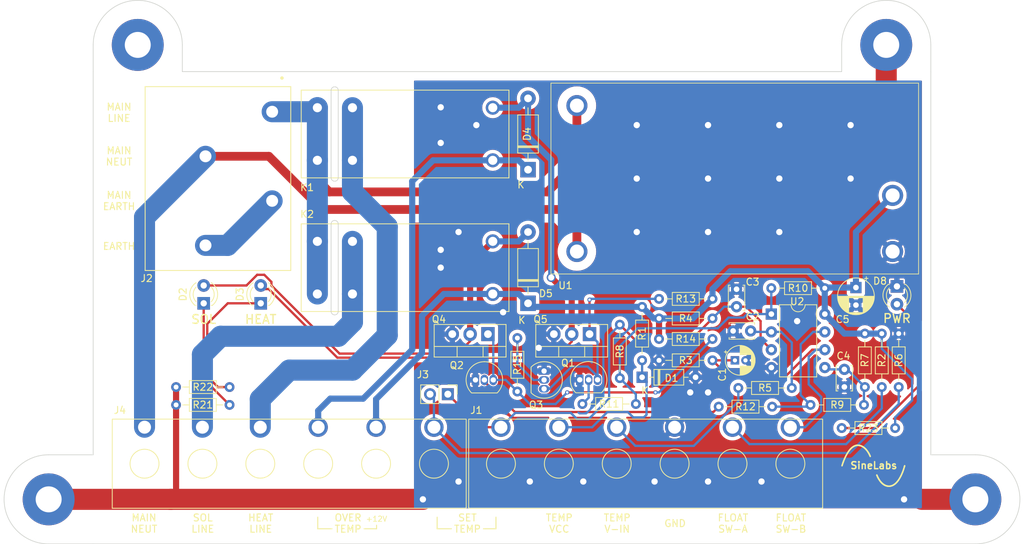
<source format=kicad_pcb>
(kicad_pcb (version 20211014) (generator pcbnew)
  (layers (0 "F.Cu" signal) (31 "B.Cu" signal) (34 "B.Paste" user) (35 "F.Paste" user) (36 "B.SilkS" user "B.Silkscreen") (37 "F.SilkS" user "F.Silkscreen") (38 "B.Mask" user) (39 "F.Mask" user) (44 "Edge.Cuts" user))
  (net 0 "")
  (net 1 "/CFS_P2")
  (net 2 "GND")
  (net 3 "/CT_P2")
  (net 4 "/CT_P1")
  (net 5 "/CFS_P1")
  (net 6 "Net-(D1-Pad1)")
  (net 7 "+12V")
  (net 8 "/COIL1_B")
  (net 9 "/COIL2_B")
  (net 10 "LINE")
  (net 11 "/V_TEMP")
  (net 12 "/FLOAT_SW_A")
  (net 13 "Net-(Q3-Pad2)")
  (net 14 "/CT_P3")
  (net 15 "/CFS_P3")
  (net 16 "Net-(Q1-Pad2)")
  (net 17 "Net-(Q2-Pad2)")
  (net 18 "Net-(Q2-Pad3)")
  (net 19 "NEUT")
  (net 20 "/TP_B")
  (net 21 "/SOL_LINE")
  (net 22 "/COIL1_A")
  (net 23 "/HEAT_LINE")
  (net 24 "Earth")
  (net 25 "Net-(Q1-Pad3)")
  (net 27 "Net-(D2-Pad1)")
  (net 28 "Net-(D3-Pad1)")
  (net 29 "Net-(D8-Pad2)")
  (footprint "Package_TO_SOT_THT:TO-220-3_Vertical" (layer "F.Cu") (at 163.449 98.369 180)
    (fp_text reference "Q5")
    (fp_text value "NDF05N50Z")
  )
  (footprint "Resistor_THT:R_Axial_DIN0204_L3.6mm_D1.6mm_P7.62mm_Horizontal" (layer "F.Cu") (at 189.357 91.821)
    (fp_text reference "R10")
    (fp_text value "33k")
  )
  (footprint "Resistor_THT:R_Axial_DIN0204_L3.6mm_D1.6mm_P7.62mm_Horizontal" (layer "F.Cu") (at 202.692 105.918 90)
    (fp_text reference "R7")
    (fp_text value "5k")
  )
  (footprint "Capacitor_THT:C_Disc_D3.4mm_W2.1mm_P2.50mm" (layer "F.Cu") (at 186.416 97.917 180)
    (fp_text reference "C2")
    (fp_text value "10n")
  )
  (footprint "custom:MPM-20" (layer "F.Cu") (at 184.15 76.2)
    (fp_text reference "U1")
    (fp_text value "MPM-20-12")
  )
  (footprint "Resistor_THT:R_Axial_DIN0204_L3.6mm_D1.6mm_P7.62mm_Horizontal" (layer "F.Cu") (at 104.521 108.458)
    (fp_text reference "R21")
    (fp_text value "1k")
  )
  (footprint "Capacitor_THT:C_Disc_D3.4mm_W2.1mm_P2.50mm" (layer "F.Cu") (at 184.404 94.468 90)
    (fp_text reference "C3")
    (fp_text value "1n")
  )
  (footprint "Resistor_THT:R_Axial_DIN0204_L3.6mm_D1.6mm_P7.62mm_Horizontal" (layer "F.Cu") (at 194.945 108.458)
    (fp_text reference "R9")
    (fp_text value "1k")
  )
  (footprint "custom:PHOENIX_1017516" (layer "F.Cu") (at 110.49 76.2 -90)
    (fp_text reference "J2")
    (fp_text value "Screw_Terminal_01x04")
  )
  (footprint "Diode_THT:D_DO-35_SOD27_P7.62mm_Horizontal" (layer "F.Cu") (at 170.942 104.521)
    (fp_text reference "D1")
    (fp_text value "3.3VZ")
  )
  (footprint "Package_TO_SOT_THT:TO-220-3_Vertical" (layer "F.Cu") (at 148.971 98.369 180)
    (fp_text reference "Q4")
    (fp_text value "NDF05N50Z")
  )
  (footprint "Resistor_THT:R_Axial_DIN0204_L3.6mm_D1.6mm_P7.62mm_Horizontal" (layer "F.Cu") (at 167.767 104.648 90)
    (fp_text reference "R8")
    (fp_text value "330K")
  )
  (footprint "custom:OSTYK42106030" (layer "F.Cu") (at 171.45 116.84)
    (fp_text reference "J1")
    (fp_text value "Screw_Terminal_01x06")
  )
  (footprint "custom:G2RL-1A-E" (layer "F.Cu") (at 139.66 69.85 180)
    (fp_text reference "K1")
    (fp_text value "G2RL-1A-E")
  )
  (footprint "Resistor_THT:R_Axial_DIN0204_L3.6mm_D1.6mm_P7.62mm_Horizontal" (layer "F.Cu") (at 170.942 102.108 90)
    (fp_text reference "R1")
    (fp_text value "4.7k")
  )
  (footprint "Capacitor_THT:C_Disc_D3.4mm_W2.1mm_P2.50mm" (layer "F.Cu") (at 199.771 105.898 90)
    (fp_text reference "C4")
    (fp_text value "1n")
  )
  (footprint "Resistor_THT:R_Axial_DIN0204_L3.6mm_D1.6mm_P7.62mm_Horizontal" (layer "F.Cu") (at 112.141 105.918 180)
    (fp_text reference "R22")
    (fp_text value "1k")
  )
  (footprint "Resistor_THT:R_Axial_DIN0204_L3.6mm_D1.6mm_P7.62mm_Horizontal" (layer "F.Cu") (at 162.433 108.331)
    (fp_text reference "R11")
    (fp_text value "1k")
  )
  (footprint "Capacitor_THT:CP_Radial_D5.0mm_P2.50mm" (layer "F.Cu") (at 201.422 91.734 -90)
    (fp_text reference "C5")
    (fp_text value "100u")
  )
  (footprint "Resistor_THT:R_Axial_DIN0204_L3.6mm_D1.6mm_P7.62mm_Horizontal" (layer "F.Cu") (at 181.864 108.712)
    (fp_text reference "R12")
    (fp_text value "1k")
  )
  (footprint "LED_THT:LED_D3.0mm_Clear" (layer "F.Cu") (at 108.458 93.98 90)
    (fp_text reference "D2")
    (fp_text value "LED_Filled")
  )
  (footprint "Resistor_THT:R_Axial_DIN0204_L3.6mm_D1.6mm_P7.62mm_Horizontal" (layer "F.Cu") (at 173.355 96.139)
    (fp_text reference "R4")
    (fp_text value "10k")
  )
  (footprint "Diode_THT:D_DO-41_SOD81_P10.16mm_Horizontal" (layer "F.Cu") (at 154.686 74.93 90)
    (fp_text reference "D4")
    (fp_text value "1N5819")
  )
  (footprint "Resistor_THT:R_Axial_DIN0204_L3.6mm_D1.6mm_P7.62mm_Horizontal" (layer "F.Cu") (at 153.162 98.933 -90)
    (fp_text reference "R15")
    (fp_text value "10k")
  )
  (footprint "Connector_PinHeader_2.54mm:PinHeader_1x02_P2.54mm_Vertical" (layer "F.Cu") (at 143.256 106.934 -90)
    (fp_text reference "J3")
    (fp_text value "Conn_01x02_Male")
  )
  (footprint "Package_TO_SOT_THT:TO-92_Inline" (layer "F.Cu") (at 147.193 104.902)
    (fp_text reference "Q2")
    (fp_text value "2N3904")
  )
  (footprint "Resistor_THT:R_Axial_DIN0204_L3.6mm_D1.6mm_P7.62mm_Horizontal" (layer "F.Cu") (at 192.278 106.045 180)
    (fp_text reference "R5")
    (fp_text value "56k")
  )
  (footprint "MountingHole:MountingHole_3.7mm_Pad" (layer "F.Cu") (at 218.44 121.92)
    (fp_text reference "H3" hide)
    (fp_text value "MountingHole_Pad")
  )
  (footprint "Capacitor_THT:CP_Radial_D4.0mm_P1.50mm" (layer "F.Cu") (at 184.174 102.108)
    (fp_text reference "C1")
    (fp_text value "10u")
  )
  (footprint "LED_THT:LED_D3.0mm_Clear" (layer "F.Cu") (at 116.586 93.98 90)
    (fp_text reference "D3")
    (fp_text value "LED_Filled")
  )
  (footprint "Resistor_THT:R_Axial_DIN0204_L3.6mm_D1.6mm_P7.62mm_Horizontal" (layer "F.Cu") (at 207.518 98.298 -90)
    (fp_text reference "R6")
    (fp_text value "470")
  )
  (footprint "MountingHole:MountingHole_3.7mm_Pad" (layer "F.Cu") (at 86.36 121.92)
    (fp_text reference "H4" hide)
    (fp_text value "MountingHole_Pad")
  )
  (footprint "MountingHole:MountingHole_3.7mm_Pad" (layer "F.Cu") (at 99.06 57.15)
    (fp_text reference "H1" hide)
    (fp_text value "MountingHole_Pad")
  )
  (footprint "custom:G2RL-1A-E" (layer "F.Cu") (at 139.66 88.9 180)
    (fp_text reference "K2")
    (fp_text value "G2RL-1A-E")
  )
  (footprint "MountingHole:MountingHole_3.7mm_Pad" (layer "F.Cu") (at 205.74 57.15)
    (fp_text reference "H2" hide)
    (fp_text value "MountingHole_Pad")
  )
  (footprint "Resistor_THT:R_Axial_DIN0204_L3.6mm_D1.6mm_P7.62mm_Horizontal" (layer "F.Cu") (at 173.355 93.345)
    (fp_text reference "R13")
    (fp_text value "33k")
  )
  (footprint "Package_TO_SOT_THT:TO-92_Inline" (layer "F.Cu") (at 156.972 103.632 -90)
    (fp_text reference "Q3")
    (fp_text value "2N3904")
  )
  (footprint "LED_THT:LED_D3.0mm" (layer "F.Cu") (at 207.264 91.567 -90)
    (fp_text reference "D8")
    (fp_text value "LED_Filled")
  )
  (footprint "Resistor_THT:R_Axial_DIN0204_L3.6mm_D1.6mm_P7.62mm_Horizontal" (layer "F.Cu") (at 180.975 99.06 180)
    (fp_text reference "R14")
    (fp_text value "10k")
  )
  (footprint "Resistor_THT:R_Axial_DIN0204_L3.6mm_D1.6mm_P7.62mm_Horizontal" (layer "F.Cu") (at 205.105 105.918 90)
    (fp_text reference "R2")
    (fp_text value "220k")
  )
  (footprint "custom:OSTYK42106030" (layer "F.Cu") (at 120.65 116.84)
    (fp_text reference "J4")
    (fp_text value "Screw_Terminal_01x06")
  )
  (footprint "Diode_THT:D_DO-41_SOD81_P10.16mm_Horizontal" (layer "F.Cu") (at 154.686 93.98 90)
    (fp_text reference "D5")
    (fp_text value "1N5819")
  )
  (footprint "Resistor_THT:R_Axial_DIN0204_L3.6mm_D1.6mm_P7.62mm_Horizontal" (layer "F.Cu") (at 199.39 111.76)
    (fp_text reference "R23")
    (fp_text value "1k")
  )
  (footprint "Package_DIP:DIP-8_W7.62mm" (layer "F.Cu") (at 189.367 95.514)
    (fp_text reference "U2")
    (fp_text value "LM393")
  )
  (footprint "Resistor_THT:R_Axial_DIN0204_L3.6mm_D1.6mm_P7.62mm_Horizontal" (layer "F.Cu") (at 180.975 102.108 180)
    (fp_text reference "R3")
    (fp_text value "220k")
  )
  (footprint "Package_TO_SOT_THT:TO-92_Inline" (layer "F.Cu") (at 162.052 104.881)
    (fp_text reference "Q1")
    (fp_text value "2N3904")
  )
  (gr_line (start 203.022276 115.008203) (end 203.125942 115.156356) (layer "F.SilkS") (width 0.216999))
  (gr_line (start 205.623323 119.944521) (end 205.7178 119.980631) (layer "F.SilkS") (width 0.216999))
  (gr_line (start 203.290777 115.434047) (end 203.352181 115.554276) (layer "F.SilkS") (width 0.216999))
  (gr_line (start 203.125942 115.156356) (end 203.215403 115.299856) (layer "F.SilkS") (width 0.216999))
  (gr_line (start 201.535893 114.222284) (end 201.667402 114.213914) (layer "F.SilkS") (width 0.216999))
  (gr_line (start 202.771857 114.71655) (end 202.839884 114.787427) (layer "F.SilkS") (width 0.216999))
  (gr_line (start 207.956017 118.318242) (end 208.065957 118.054687) (layer "F.SilkS") (width 0.216999))
  (gr_line (start 204.719831 119.103077) (end 204.820211 119.251802) (layer "F.SilkS") (width 0.216999))
  (gr_line (start 202.545876 114.520208) (end 202.624867 114.582359) (layer "F.SilkS") (width 0.216999))
  (gr_line (start 205.7178 119.980631) (end 205.815916 120.009734) (layer "F.SilkS") (width 0.216999))
  (gr_line (start 200.718711 114.669792) (end 200.82412 114.571672) (layer "F.SilkS") (width 0.216999))
  (gr_line (start 201.046416 114.405347) (end 201.163229 114.339281) (layer "F.SilkS") (width 0.216999))
  (gr_line (start 202.904287 114.860049) (end 203.022276 115.008203) (layer "F.SilkS") (width 0.216999))
  (gr_line (start 205.132099 119.613394) (end 205.205037 119.679288) (layer "F.SilkS") (width 0.216999))
  (gr_line (start 207.236561 119.486607) (end 207.335083 119.37246) (layer "F.SilkS") (width 0.216999))
  (gr_line (start 208.065957 118.054687) (end 208.158287 117.808228) (layer "F.SilkS") (width 0.216999))
  (gr_line (start 206.91236 119.779901) (end 207.025231 119.691396) (layer "F.SilkS") (width 0.216999))
  (gr_line (start 208.233261 117.587412) (end 208.332155 117.2569) (layer "F.SilkS") (width 0.216999))
  (gr_line (start 203.215403 115.299856) (end 203.290777 115.434047) (layer "F.SilkS") (width 0.216999))
  (gr_line (start 150.114 126.111) (end 150.114 124.46) (layer "F.SilkS") (width 0.15))
  (gr_line (start 206.544541 119.977032) (end 206.672047 119.923787) (layer "F.SilkS") (width 0.216999))
  (gr_line (start 207.133288 119.593276) (end 207.236561 119.486607) (layer "F.SilkS") (width 0.216999))
  (gr_line (start 207.682292 118.862446) (end 207.828213 118.590344) (layer "F.SilkS") (width 0.216999))
  (gr_line (start 206.412094 120.016387) (end 206.544541 119.977032) (layer "F.SilkS") (width 0.216999))
  (gr_line (start 202.624867 114.582359) (end 202.700189 114.648) (layer "F.SilkS") (width 0.216999))
  (gr_line (start 141.732 124.46) (end 141.732 126.111) (layer "F.SilkS") (width 0.15))
  (gr_line (start 202.376827 114.408705) (end 202.463201 114.462129) (layer "F.SilkS") (width 0.216999))
  (gr_line (start 208.332155 117.2569) (end 208.364669 117.131534) (layer "F.SilkS") (width 0.216999))
  (gr_line (start 202.286739 114.360516) (end 202.376827 114.408705) (layer "F.SilkS") (width 0.216999))
  (gr_line (start 199.883712 115.944826) (end 200.017968 115.672724) (layer "F.SilkS") (width 0.216999))
  (gr_line (start 203.352181 115.554276) (end 203.433556 115.734232) (layer "F.SilkS") (width 0.216999))
  (gr_line (start 204.421978 118.522972) (end 204.500768 118.703622) (layer "F.SilkS") (width 0.216999))
  (gr_line (start 201.163229 114.339281) (end 201.283771 114.286036) (layer "F.SilkS") (width 0.216999))
  (gr_line (start 199.76641 116.208381) (end 199.883712 115.944826) (layer "F.SilkS") (width 0.216999))
  (gr_line (start 208.158287 117.808228) (end 208.233261 117.587412) (layer "F.SilkS") (width 0.216999))
  (gr_line (start 204.934462 119.400527) (end 204.996826 119.473429) (layer "F.SilkS") (width 0.216999))
  (gr_line (start 205.0627 119.544579) (end 205.132099 119.613394) (layer "F.SilkS") (width 0.216999))
  (gr_line (start 150.114 126.111) (end 148.336 126.111) (layer "F.SilkS") (width 0.15))
  (gr_line (start 204.820211 119.251802) (end 204.934462 119.400527) (layer "F.SilkS") (width 0.216999))
  (gr_line (start 201.888957 114.231755) (end 201.994047 114.253183) (layer "F.SilkS") (width 0.216999))
  (gr_line (start 133.096 126.111) (end 131.318 126.111) (layer "F.SilkS") (width 0.15))
  (gr_line (start 202.839884 114.787427) (end 202.904287 114.860049) (layer "F.SilkS") (width 0.216999))
  (gr_line (start 205.917686 120.031244) (end 206.023125 120.044579) (layer "F.SilkS") (width 0.216999))
  (gr_line (start 207.428886 119.251901) (end 207.518 119.126) (layer "F.SilkS") (width 0.216999))
  (gr_line (start 206.794643 119.85772) (end 206.91236 119.779901) (layer "F.SilkS") (width 0.216999))
  (gr_line (start 202.463201 114.462129) (end 202.545876 114.520208) (layer "F.SilkS") (width 0.216999))
  (gr_line (start 124.714 124.46) (end 124.714 126.111) (layer "F.SilkS") (width 0.15))
  (gr_line (start 206.672047 119.923787) (end 206.794643 119.85772) (layer "F.SilkS") (width 0.216999))
  (gr_line (start 206.132247 120.049154) (end 206.132247 120.049154) (layer "F.SilkS") (width 0.216999))
  (gr_line (start 200.017968 115.672724) (end 200.168888 115.400622) (layer "F.SilkS") (width 0.216999))
  (gr_line (start 141.732 126.111) (end 143.764 126.111) (layer "F.SilkS") (width 0.15))
  (gr_line (start 203.433556 115.734232) (end 203.460471 115.802491) (layer "F.SilkS") (width 0.216999))
  (gr_line (start 205.36159 119.799981) (end 205.445233 119.853612) (layer "F.SilkS") (width 0.216999))
  (gr_line (start 200.168888 115.400622) (end 200.33618 115.137067) (layer "F.SilkS") (width 0.216999))
  (gr_line (start 200.933367 114.483167) (end 201.046416 114.405347) (layer "F.SilkS") (width 0.216999))
  (gr_line (start 201.667402 114.213914) (end 201.667402 114.213914) (layer "F.SilkS") (width 0.216999))
  (gr_line (start 204.560224 118.824315) (end 204.633207 118.959024) (layer "F.SilkS") (width 0.216999))
  (gr_line (start 133.096 126.111) (end 133.096 125.603) (layer "F.SilkS") (width 0.15))
  (gr_line (start 206.023125 120.044579) (end 206.132247 120.049154) (layer "F.SilkS") (width 0.216999))
  (gr_line (start 206.274673 120.040784) (end 206.412094 120.016387) (layer "F.SilkS") (width 0.216999))
  (gr_line (start 205.445233 119.853612) (end 205.532473 119.901986) (layer "F.SilkS") (width 0.216999))
  (gr_line (start 205.281529 119.741679) (end 205.36159 119.799981) (layer "F.SilkS") (width 0.216999))
  (gr_line (start 200.425873 115.011167) (end 200.519551 114.890608) (layer "F.SilkS") (width 0.216999))
  (gr_line (start 204.500768 118.703622) (end 204.560224 118.824315) (layer "F.SilkS") (width 0.216999))
  (gr_line (start 200.33618 115.137067) (end 200.425873 115.011167) (layer "F.SilkS") (width 0.216999))
  (gr_line (start 205.205037 119.679288) (end 205.281529 119.741679) (layer "F.SilkS") (width 0.216999))
  (gr_line (start 206.132247 120.049154) (end 206.274673 120.040784) (layer "F.SilkS") (width 0.216999))
  (gr_line (start 124.714 126.111) (end 126.746 126.111) (layer "F.SilkS") (width 0.15))
  (gr_line (start 200.617175 114.776461) (end 200.718711 114.669792) (layer "F.SilkS") (width 0.216999))
  (gr_line (start 201.994047 114.253183) (end 202.095364 114.282173) (layer "F.SilkS") (width 0.216999))
  (gr_line (start 199.583838 116.675656) (end 199.666355 116.45484) (layer "F.SilkS") (width 0.216999))
  (gr_line (start 202.700189 114.648) (end 202.771857 114.71655) (layer "F.SilkS") (width 0.216999))
  (gr_line (start 207.025231 119.691396) (end 207.133288 119.593276) (layer "F.SilkS") (width 0.216999))
  (gr_line (start 202.192923 114.318145) (end 202.286739 114.360516) (layer "F.SilkS") (width 0.216999))
  (gr_line (start 204.996826 119.473429) (end 205.0627 119.544579) (layer "F.SilkS") (width 0.216999))
  (gr_line (start 201.283771 114.286036) (end 201.408004 114.24668) (layer "F.SilkS") (width 0.216999))
  (gr_line (start 207.518 119.126) (end 207.682292 118.862446) (layer "F.SilkS") (width 0.216999))
  (gr_line (start 207.828213 118.590344) (end 207.956017 118.318242) (layer "F.SilkS") (width 0.216999))
  (gr_line (start 199.472583 117.006167) (end 199.583838 116.675656) (layer "F.SilkS") (width 0.216999))
  (gr_line (start 201.408004 114.24668) (end 201.535893 114.222284) (layer "F.SilkS") (width 0.216999))
  (gr_line (start 204.633207 118.959024) (end 204.719831 119.103077) (layer "F.SilkS") (width 0.216999))
  (gr_line (start 200.519551 114.890608) (end 200.617175 114.776461) (layer "F.SilkS") (width 0.216999))
  (gr_line (start 201.667402 114.213914) (end 201.780081 114.218471) (layer "F.SilkS") (width 0.216999))
  (gr_line (start 205.532473 119.901986) (end 205.623323 119.944521) (layer "F.SilkS") (width 0.216999))
  (gr_line (start 205.815916 120.009734) (end 205.917686 120.031244) (layer "F.SilkS") (width 0.216999))
  (gr_line (start 199.666355 116.45484) (end 199.76641 116.208381) (layer "F.SilkS") (width 0.216999))
  (gr_line (start 202.095364 114.282173) (end 202.192923 114.318145) (layer "F.SilkS") (width 0.216999))
  (gr_line (start 201.780081 114.218471) (end 201.888957 114.231755) (layer "F.SilkS") (width 0.216999))
  (gr_line (start 199.43498 117.131534) (end 199.472583 117.006167) (layer "F.SilkS") (width 0.216999))
  (gr_line (start 207.335083 119.37246) (end 207.428886 119.251901) (layer "F.SilkS") (width 0.216999))
  (gr_line (start 204.395919 118.45445) (end 204.421978 118.522972) (layer "F.SilkS") (width 0.216999))
  (gr_line (start 200.82412 114.571672) (end 200.933367 114.483167) (layer "F.SilkS") (width 0.216999))
  (gr_arc (start 127.635 95.123) (mid 127.127 95.631) (end 126.619 95.123) (layer "Edge.Cuts") (width 0.1))
  (gr_line (start 92.71 128.27) (end 212.09 128.27) (layer "Edge.Cuts") (width 0.1))
  (gr_line (start 92.71 115.57) (end 92.71 60.96) (layer "Edge.Cuts") (width 0.1))
  (gr_line (start 105.41 60.96) (end 199.39 60.96) (layer "Edge.Cuts") (width 0.1))
  (gr_line (start 126.619 63.627) (end 126.619 76.073) (layer "Edge.Cuts") (width 0.1))
  (gr_arc (start 126.619 63.627) (mid 127.127 63.119) (end 127.635 63.627) (layer "Edge.Cuts") (width 0.1))
  (gr_line (start 212.09 57.15) (end 212.09 60.96) (layer "Edge.Cuts") (width 0.1))
  (gr_line (start 92.71 57.15) (end 92.71 60.96) (layer "Edge.Cuts") (width 0.1))
  (gr_line (start 127.635 95.123) (end 127.635 82.677) (layer "Edge.Cuts") (width 0.1))
  (gr_line (start 218.44 115.57) (end 212.09 115.57) (layer "Edge.Cuts") (width 0.1))
  (gr_line (start 126.619 82.677) (end 126.619 95.123) (layer "Edge.Cuts") (width 0.1))
  (gr_line (start 199.39 60.96) (end 199.39 57.15) (layer "Edge.Cuts") (width 0.1))
  (gr_line (start 86.36 128.27) (end 92.71 128.27) (layer "Edge.Cuts") (width 0.1))
  (gr_line (start 86.36 115.57) (end 92.71 115.57) (layer "Edge.Cuts") (width 0.1))
  (gr_arc (start 92.71 57.15) (mid 99.06 50.8) (end 105.41 57.15) (layer "Edge.Cuts") (width 0.1))
  (gr_arc (start 199.39 57.15) (mid 205.74 50.8) (end 212.09 57.15) (layer "Edge.Cuts") (width 0.1))
  (gr_line (start 212.09 115.57) (end 212.09 60.96) (layer "Edge.Cuts") (width 0.1))
  (gr_arc (start 86.36 128.27) (mid 80.01 121.92) (end 86.36 115.57) (layer "Edge.Cuts") (width 0.1))
  (gr_arc (start 218.44 115.57) (mid 224.79 121.92) (end 218.44 128.27) (layer "Edge.Cuts") (width 0.1))
  (gr_line (start 105.41 57.15) (end 105.41 60.96) (layer "Edge.Cuts") (width 0.1))
  (gr_line (start 218.44 128.27) (end 212.09 128.27) (layer "Edge.Cuts") (width 0.1))
  (gr_line (start 127.635 76.073) (end 127.635 63.627) (layer "Edge.Cuts") (width 0.1))
  (gr_arc (start 126.619 82.677) (mid 127.127 82.169) (end 127.635 82.677) (layer "Edge.Cuts") (width 0.1))
  (gr_arc (start 127.635 76.073) (mid 127.127 76.581) (end 126.619 76.073) (layer "Edge.Cuts") (width 0.1))
  (gr_text "SET\nTEMP\n" (at 146.05 125.349) (layer "F.SilkS") (effects (font (size 1 1))))
  (gr_text "OVER\nTEMP" (at 129.032 125.349) (layer "F.SilkS") (effects (font (size 1 1))))
  (gr_text "TEMP\nVCC" (at 159.131 125.349) (layer "F.SilkS") (effects (font (size 1 1))))
  (gr_text "SOL\nLINE" (at 108.331 125.349) (layer "F.SilkS") (effects (font (size 1 1))))
  (gr_text "TEMP\nV-IN" (at 167.386 125.349) (layer "F.SilkS") (effects (font (size 1 1))))
  (gr_text "MAIN\nNEUT" (at 99.949 125.349) (layer "F.SilkS") (effects (font (size 1 1))))
  (gr_text "MAIN\nNEUT" (at 96.393 73.025) (layer "F.SilkS") (effects (font (size 1 1))))
  (gr_text "SineLabs" (at 203.962 117.094) (layer "F.SilkS") (effects (font (size 1 1) (thickness 0.2))))
  (gr_text "SOL" (at 108.458 96.266) (layer "F.SilkS") (effects (font (size 1.25 1.25) (thickness 0.2))))
  (gr_text "FLOAT\nSW-B" (at 192.151 125.349) (layer "F.SilkS") (effects (font (size 1 1))))
  (gr_text "FLOAT\nSW-A" (at 183.896 125.349) (layer "F.SilkS") (effects (font (size 1 1))))
  (gr_text "EARTH" (at 96.393 85.852) (layer "F.SilkS") (effects (font (size 1 1))))
  (gr_text "+12V" (at 133.096 124.714) (layer "F.SilkS") (effects (font (size 0.75 0.75) (thickness 0.1125))))
  (gr_text "GND" (at 175.641 125.349) (layer "F.SilkS") (effects (font (size 1 1))))
  (gr_text "MAIN\nEARTH" (at 96.393 79.375) (layer "F.SilkS") (effects (font (size 1 1))))
  (gr_text "MAIN\nLINE" (at 96.393 66.802) (layer "F.SilkS") (effects (font (size 1 1))))
  (gr_text "HEAT" (at 116.586 96.266) (layer "F.SilkS") (effects (font (size 1.25 1.25) (thickness 0.2))))
  (gr_text "HEAT\nLINE" (at 116.586 125.349) (layer "F.SilkS") (effects (font (size 1 1))))
  (gr_text "PWR" (at 207.264 96.139) (layer "F.SilkS") (effects (font (size 1.25 1.25) (thickness 0.2))))
  (segment (start 183.515 104.648) (end 191.135 104.648) (width 0.325) (layer "F.Cu") (net 1))
  (segment (start 180.975 102.108) (end 183.515 104.648) (width 0.325) (layer "F.Cu") (net 1))
  (segment (start 195.189 100.594) (end 196.987 100.594) (width 0.325) (layer "F.Cu") (net 1))
  (segment (start 191.135 104.648) (end 195.189 100.594) (width 0.325) (layer "F.Cu") (net 1))
  (segment (start 180.975 102.108) (end 184.174 102.108) (width 0.325) (layer "F.Cu") (net 1))
  (segment (start 194.691 105.537) (end 194.691 101.6) (width 0.325) (layer "B.Cu") (net 1))
  (segment (start 194.691 101.6) (end 195.697 100.594) (width 0.325) (layer "B.Cu") (net 1))
  (segment (start 194.176 111.64) (end 196.469 109.347) (width 0.325) (layer "B.Cu") (net 1))
  (segment (start 196.469 109.347) (end 196.469 107.315) (width 0.325) (layer "B.Cu") (net 1))
  (segment (start 195.697 100.594) (end 196.987 100.594) (width 0.325) (layer "B.Cu") (net 1))
  (segment (start 196.469 107.315) (end 194.691 105.537) (width 0.325) (layer "B.Cu") (net 1))
  (segment (start 192.075 111.64) (end 194.176 111.64) (width 0.325) (layer "B.Cu") (net 1))
  (segment (start 104.521 105.918) (end 104.521 108.458) (width 0.875) (layer "F.Cu") (net 2))
  (segment (start 218.44 121.92) (end 210.82 121.92) (width 3) (layer "F.Cu") (net 2))
  (segment (start 104.521 108.458) (end 104.521 121.158) (width 0.875) (layer "F.Cu") (net 2))
  (segment (start 103.759 121.92) (end 139.7 121.92) (width 3) (layer "F.Cu") (net 2))
  (segment (start 205.74 57.15) (end 205.74 63.5) (width 3) (layer "F.Cu") (net 2))
  (segment (start 104.521 121.158) (end 103.759 121.92) (width 0.875) (layer "F.Cu") (net 2))
  (segment (start 86.36 121.92) (end 103.759 121.92) (width 3) (layer "F.Cu") (net 2))
  (via (at 170.18 76.2) (size 1.25) (drill 0.9) (layers "F.Cu" "B.Cu") (net 2))
  (via (at 180.34 68.58) (size 1.25) (drill 0.9) (layers "F.Cu" "B.Cu") (net 2))
  (via (at 142.24 86.36) (size 1.25) (drill 0.9) (layers "F.Cu" "B.Cu") (net 2))
  (via (at 177.8 106.68) (size 1.25) (drill 0.9) (layers "F.Cu" "B.Cu") (net 2))
  (via (at 193.04 96.52) (size 1.25) (drill 0.9) (layers "F.Cu" "B.Cu") (net 2))
  (via (at 180.34 76.2) (size 1.25) (drill 0.9) (layers "F.Cu" "B.Cu") (net 2))
  (via (at 172.72 119.38) (size 1.25) (drill 0.9) (layers "F.Cu" "B.Cu") (net 2))
  (via (at 142.24 71.12) (size 1.25) (drill 0.9) (layers "F.Cu" "B.Cu") (net 2))
  (via (at 180.34 83.82) (size 1.25) (drill 0.9) (layers "F.Cu" "B.Cu") (net 2))
  (via (at 144.78 83.82) (size 1.25) (drill 0.9) (layers "F.Cu" "B.Cu") (net 2))
  (via (at 180.34 106.68) (size 1.25) (drill 0.9) (layers "F.Cu" "B.Cu") (net 2))
  (via (at 170.18 68.58) (size 1.25) (drill 0.9) (layers "F.Cu" "B.Cu") (net 2))
  (via (at 139.7 121.92) (size 1.25) (drill 0.9) (layers "F.Cu" "B.Cu") (net 2))
  (via (at 144.78 119.38) (size 1.25) (drill 0.9) (layers "F.Cu" "B.Cu") (net 2))
  (via (at 180.34 119.38) (size 1.25) (drill 0.9) (layers "F.Cu" "B.Cu") (net 2))
  (via (at 170.18 83.82) (size 1.25) (drill 0.9) (layers "F.Cu" "B.Cu") (net 2))
  (via (at 154.94 119.38) (size 1.25) (drill 0.9) (layers "F.Cu" "B.Cu") (net 2))
  (via (at 142.24 88.9) (size 1.25) (drill 0.9) (layers "F.Cu" "B.Cu") (net 2))
  (via (at 151.13 95.25) (size 1.25) (drill 0.9) (layers "F.Cu" "B.Cu") (net 2))
  (via (at 190.5 68.58) (size 1.25) (drill 0.9) (layers "F.Cu" "B.Cu") (net 2))
  (via (at 147.32 68.58) (size 1.25) (drill 0.9) (layers "F.Cu" "B.Cu") (net 2))
  (via (at 200.66 76.2) (size 1.25) (drill 0.9) (layers "F.Cu" "B.Cu") (net 2))
  (via (at 187.96 119.38) (size 1.25) (drill 0.9) (layers "F.Cu" "B.Cu") (net 2))
  (via (at 190.5 76.2) (size 1.25) (drill 0.9) (layers "F.Cu" "B.Cu") (net 2))
  (via (at 156.21 100.33) (size 1.25) (drill 0.9) (layers "F.Cu" "B.Cu") (net 2))
  (via (at 190.5 83.82) (size 1.25) (drill 0.9) (layers "F.Cu" "B.Cu") (net 2))
  (via (at 200.66 68.58) (size 1.25) (drill 0.9) (layers "F.Cu" "B.Cu") (net 2))
  (via (at 208.28 121.92) (size 1.25) (drill 0.9) (layers "F.Cu" "B.Cu") (net 2))
  (via (at 162.56 119.38) (size 1.25) (drill 0.9) (layers "F.Cu" "B.Cu") (net 2))
  (via (at 142.24 66.04) (size 1.25) (drill 0.9) (layers "F.Cu" "B.Cu") (net 2))
  (segment (start 186.553 98.054) (end 186.416 97.917) (width 0.325) (layer "B.Cu") (net 3))
  (segment (start 192.278 99.568) (end 190.754 98.044) (width 0.325) (layer "B.Cu") (net 3))
  (segment (start 190.744 98.054) (end 189.367 98.054) (width 0.325) (layer "B.Cu") (net 3))
  (segment (start 190.754 98.044) (end 190.744 98.054) (width 0.325) (layer "B.Cu") (net 3))
  (segment (start 189.367 98.054) (end 186.553 98.054) (width 0.325) (layer "B.Cu") (net 3))
  (segment (start 192.278 106.045) (end 192.278 99.568) (width 0.325) (layer "B.Cu") (net 3))
  (segment (start 187.833 96.52) (end 185.781 94.468) (width 0.325) (layer "F.Cu") (net 4))
  (segment (start 185.781 94.468) (end 184.404 94.468) (width 0.325) (layer "F.Cu") (net 4))
  (segment (start 150.825 111.64) (end 147.962 111.64) (width 0.325) (layer "F.Cu") (net 4))
  (segment (start 187.833 99.06) (end 187.833 96.52) (width 0.325) (layer "F.Cu") (net 4))
  (segment (start 147.962 111.64) (end 143.256 106.934) (width 0.325) (layer "F.Cu") (net 4))
  (segment (start 189.367 100.594) (end 187.833 99.06) (width 0.325) (layer "F.Cu") (net 4))
  (segment (start 176.53 100.584) (end 180.975 96.139) (width 0.325) (layer "F.Cu") (net 4))
  (segment (start 167.767 97.028) (end 171.323 100.584) (width 0.325) (layer "F.Cu") (net 4))
  (segment (start 171.323 100.584) (end 176.53 100.584) (width 0.325) (layer "F.Cu") (net 4))
  (segment (start 182.646 94.468) (end 180.975 96.139) (width 0.325) (layer "B.Cu") (net 4))
  (segment (start 152.864 109.601) (end 160.782 109.601) (width 0.325) (layer "B.Cu") (net 4))
  (segment (start 160.782 109.601) (end 161.671 110.49) (width 0.325) (layer "B.Cu") (net 4))
  (segment (start 166.243 107.569) (end 166.243 98.552) (width 0.325) (layer "B.Cu") (net 4))
  (segment (start 166.243 98.552) (end 167.767 97.028) (width 0.325) (layer "B.Cu") (net 4))
  (segment (start 184.404 94.468) (end 182.646 94.468) (width 0.325) (layer "B.Cu") (net 4))
  (segment (start 150.825 111.64) (end 152.864 109.601) (width 0.325) (layer "B.Cu") (net 4))
  (segment (start 161.671 110.49) (end 163.322 110.49) (width 0.325) (layer "B.Cu") (net 4))
  (segment (start 163.322 110.49) (end 166.243 107.569) (width 0.325) (layer "B.Cu") (net 4))
  (segment (start 202.565 106.045) (end 202.692 105.918) (width 0.325) (layer "B.Cu") (net 5))
  (segment (start 197.251 103.398) (end 196.987 103.134) (width 0.325) (layer "B.Cu") (net 5))
  (segment (start 202.692 105.918) (end 200.172 103.398) (width 0.325) (layer "B.Cu") (net 5))
  (segment (start 200.172 103.398) (end 199.771 103.398) (width 0.325) (layer "B.Cu") (net 5))
  (segment (start 199.771 103.398) (end 197.251 103.398) (width 0.325) (layer "B.Cu") (net 5))
  (segment (start 202.565 108.458) (end 202.565 106.045) (width 0.325) (layer "B.Cu") (net 5))
  (segment (start 159.075 111.64) (end 163.823 111.64) (width 0.325) (layer "B.Cu") (net 6))
  (segment (start 168.91 109.474) (end 169.672 110.236) (width 0.325) (layer "B.Cu") (net 6))
  (segment (start 170.942 104.521) (end 170.942 102.108) (width 0.325) (layer "B.Cu") (net 6))
  (segment (start 169.672 110.236) (end 171.196 110.236) (width 0.325) (layer "B.Cu") (net 6))
  (segment (start 165.989 109.474) (end 168.91 109.474) (width 0.325) (layer "B.Cu") (net 6))
  (segment (start 163.823 111.64) (end 165.989 109.474) (width 0.325) (layer "B.Cu") (net 6))
  (segment (start 171.577 109.855) (end 171.577 105.156) (width 0.325) (layer "B.Cu") (net 6))
  (segment (start 171.196 110.236) (end 171.577 109.855) (width 0.325) (layer "B.Cu") (net 6))
  (segment (start 171.577 105.156) (end 170.942 104.521) (width 0.325) (layer "B.Cu") (net 6))
  (segment (start 173.355 99.06) (end 173.355 96.139) (width 0.875) (layer "F.Cu") (net 7))
  (segment (start 173.355 96.139) (end 172.593 96.139) (width 0.875) (layer "B.Cu") (net 7))
  (segment (start 172.593 96.139) (end 170.942 94.488) (width 0.875) (layer "B.Cu") (net 7))
  (segment (start 202.692 98.298) (end 205.105 98.298) (width 0.875) (layer "B.Cu") (net 7))
  (segment (start 183.515 89.408) (end 180.975 91.948) (width 0.875) (layer "B.Cu") (net 7))
  (segment (start 149.66 92.65) (end 153.356 92.65) (width 0.875) (layer "B.Cu") (net 7))
  (segment (start 207.01 110.236) (end 209.423 107.823) (width 0.325) (layer "B.Cu") (net 7))
  (segment (start 178.181 96.139) (end 173.355 96.139) (width 0.875) (layer "B.Cu") (net 7))
  (segment (start 197.064 91.734) (end 196.977 91.821) (width 0.875) (layer "B.Cu") (net 7))
  (segment (start 196.977 95.504) (end 196.987 95.514) (width 0.875) (layer "B.Cu") (net 7))
  (segment (start 199.771 98.298) (end 196.987 95.514) (width 0.875) (layer "B.Cu") (net 7))
  (segment (start 133.025 107.64) (end 133.025 111.64) (width 0.875) (layer "B.Cu") (net 7))
  (segment (start 153.356 92.65) (end 154.686 93.98) (width 0.875) (layer "B.Cu") (net 7))
  (segment (start 209.423 107.823) (end 209.423 104.775) (width 0.325) (layer "B.Cu") (net 7))
  (segment (start 201.422 91.734) (end 197.064 91.734) (width 0.875) (layer "B.Cu") (net 7))
  (segment (start 207.01 111.76) (end 207.01 110.236) (width 0.325) (layer "B.Cu") (net 7))
  (segment (start 139.573 95.758) (end 139.573 101.092) (width 0.875) (layer "B.Cu") (net 7))
  (segment (start 180.975 91.948) (end 180.975 93.345) (width 0.875) (layer "B.Cu") (net 7))
  (segment (start 209.423 104.775) (end 205.105 100.457) (width 0.325) (layer "B.Cu") (net 7))
  (segment (start 201.422 91.734) (end 201.422 83.828) (width 0.875) (layer "B.Cu") (net 7))
  (segment (start 196.977 91.821) (end 196.977 95.504) (width 0.875) (layer "B.Cu") (net 7))
  (segment (start 149.66 92.65) (end 142.681 92.65) (width 0.875) (layer "B.Cu") (net 7))
  (segment (start 155.194 94.488) (end 154.686 93.98) (width 0.875) (layer "B.Cu") (net 7))
  (segment (start 194.564 89.408) (end 183.515 89.408) (width 0.875) (layer "B.Cu") (net 7))
  (segment (start 170.942 94.488) (end 155.194 94.488) (width 0.875) (layer "B.Cu") (net 7))
  (segment (start 205.105 100.457) (end 205.105 98.298) (width 0.325) (layer "B.Cu") (net 7))
  (segment (start 202.692 98.298) (end 199.771 98.298) (width 0.875) (layer "B.Cu") (net 7))
  (segment (start 196.977 91.821) (end 194.564 89.408) (width 0.875) (layer "B.Cu") (net 7))
  (segment (start 201.422 83.828) (end 206.65 78.6) (width 0.875) (layer "B.Cu") (net 7))
  (segment (start 180.975 93.345) (end 178.181 96.139) (width 0.875) (layer "B.Cu") (net 7))
  (segment (start 139.573 101.092) (end 133.025 107.64) (width 0.875) (layer "B.Cu") (net 7))
  (segment (start 142.681 92.65) (end 139.573 95.758) (width 0.875) (layer "B.Cu") (net 7))
  (segment (start 117.094 91.948) (end 117.729 91.948) (width 0.325) (layer "F.Cu") (net 8))
  (segment (start 116.586 91.44) (end 117.094 91.948) (width 0.325) (layer "F.Cu") (net 8))
  (segment (start 160.909 93.218) (end 160.909 98.369) (width 0.875) (layer "F.Cu") (net 8))
  (segment (start 127.508 101.727) (end 158.623 101.727) (width 0.325) (layer "F.Cu") (net 8))
  (segment (start 158.623 101.727) (end 160.909 99.441) (width 0.325) (layer "F.Cu") (net 8))
  (segment (start 117.729 91.948) (end 127.508 101.727) (width 0.325) (layer "F.Cu") (net 8))
  (segment (start 160.909 99.441) (end 160.909 98.369) (width 0.325) (layer "F.Cu") (net 8))
  (segment (start 157.988 90.297) (end 160.909 93.218) (width 0.875) (layer "F.Cu") (net 8))
  (via (at 157.988 90.297) (size 1.275) (drill 0.875) (layers "F.Cu" "B.Cu") (net 8))
  (segment (start 149.66 66.1) (end 153.356 66.1) (width 0.875) (layer "B.Cu") (net 8))
  (segment (start 153.356 66.1) (end 154.686 64.77) (width 0.875) (layer "B.Cu") (net 8))
  (segment (start 154.686 64.77) (end 154.686 70.231) (width 0.875) (layer "B.Cu") (net 8))
  (segment (start 157.988 73.533) (end 157.988 90.297) (width 0.875) (layer "B.Cu") (net 8))
  (segment (start 154.686 70.231) (end 157.988 73.533) (width 0.875) (layer "B.Cu") (net 8))
  (segment (start 149.66 85.15) (end 146.431 88.379) (width 0.875) (layer "F.Cu") (net 9))
  (segment (start 118.11 91.44) (end 118.11 90.932) (width 0.325) (layer "F.Cu") (net 9))
  (segment (start 127.818 101.148) (end 118.11 91.44) (width 0.325) (layer "F.Cu") (net 9))
  (segment (start 146.431 88.379) (end 146.431 98.369) (width 0.875) (layer "F.Cu") (net 9))
  (segment (start 118.11 90.932) (end 117.094 89.916) (width 0.325) (layer "F.Cu") (net 9))
  (segment (start 117.094 89.916) (end 116.078 89.916) (width 0.325) (layer "F.Cu") (net 9))
  (segment (start 144.653 101.148) (end 127.818 101.148) (width 0.325) (layer "F.Cu") (net 9))
  (segment (start 114.554 91.44) (end 108.458 91.44) (width 0.325) (layer "F.Cu") (net 9))
  (segment (start 146.431 99.37) (end 144.653 101.148) (width 0.325) (layer "F.Cu") (net 9))
  (segment (start 116.078 89.916) (end 114.554 91.44) (width 0.325) (layer "F.Cu") (net 9))
  (segment (start 146.431 98.369) (end 146.431 99.37) (width 0.325) (layer "F.Cu") (net 9))
  (segment (start 153.356 85.15) (end 154.686 83.82) (width 0.875) (layer "B.Cu") (net 9))
  (segment (start 149.66 85.15) (end 153.356 85.15) (width 0.875) (layer "B.Cu") (net 9))
  (segment (start 157.461 78.105) (end 161.65 73.916) (width 1.25) (layer "F.Cu") (net 10))
  (segment (start 161.65 73.916) (end 161.65 65.8) (width 1.25) (layer "F.Cu") (net 10))
  (segment (start 126.365 78.105) (end 157.461 78.105) (width 1.25) (layer "F.Cu") (net 10))
  (segment (start 124.66 73.6) (end 124.66 76.4) (width 1.25) (layer "F.Cu") (net 10))
  (segment (start 124.66 76.4) (end 126.365 78.105) (width 1.25) (layer "F.Cu") (net 10))
  (segment (start 124.66 66.1) (end 124.66 73.6) (width 3) (layer "B.Cu") (net 10))
  (segment (start 124.66 73.6) (end 124.66 85.15) (width 3) (layer "B.Cu") (net 10))
  (segment (start 118.215 66.675) (end 124.085 66.675) (width 3) (layer "B.Cu") (net 10))
  (segment (start 124.085 66.675) (end 124.66 66.1) (width 3) (layer "B.Cu") (net 10))
  (segment (start 124.66 85.15) (end 124.66 92.65) (width 3) (layer "B.Cu") (net 10))
  (segment (start 169.985 114.3) (end 178.308 114.3) (width 0.325) (layer "B.Cu") (net 11))
  (segment (start 178.308 114.3) (end 184.658 107.95) (width 0.325) (layer "B.Cu") (net 11))
  (segment (start 167.325 111.64) (end 169.985 114.3) (width 0.325) (layer "B.Cu") (net 11))
  (segment (start 184.658 107.95) (end 184.658 106.045) (width 0.325) (layer "B.Cu") (net 11))
  (segment (start 200.025 114.046) (end 186.231 114.046) (width 0.325) (layer "B.Cu") (net 12))
  (segment (start 205.105 105.918) (end 205.105 108.966) (width 0.325) (layer "B.Cu") (net 12))
  (segment (start 186.231 114.046) (end 183.825 111.64) (width 0.325) (layer "B.Cu") (net 12))
  (segment (start 205.105 108.966) (end 200.025 114.046) (width 0.325) (layer "B.Cu") (net 12))
  (segment (start 155.448 104.902) (end 156.972 104.902) (width 0.325) (layer "B.Cu") (net 13))
  (segment (start 153.162 98.933) (end 153.162 102.616) (width 0.325) (layer "B.Cu") (net 13))
  (segment (start 153.162 102.616) (end 155.448 104.902) (width 0.325) (layer "B.Cu") (net 13))
  (segment (start 185.42 96.012) (end 183.261 96.012) (width 0.325) (layer "B.Cu") (net 14))
  (segment (start 181.737 97.536) (end 170.307 97.536) (width 0.325) (layer "B.Cu") (net 14))
  (segment (start 167.767 104.648) (end 170.053 106.934) (width 0.325) (layer "B.Cu") (net 14))
  (segment (start 185.918 95.514) (end 185.42 96.012) (width 0.325) (layer "B.Cu") (net 14))
  (segment (start 167.767 100.076) (end 167.767 104.648) (width 0.325) (layer "B.Cu") (net 14))
  (segment (start 170.053 106.934) (end 170.053 108.331) (width 0.325) (layer "B.Cu") (net 14))
  (segment (start 183.261 96.012) (end 181.737 97.536) (width 0.325) (layer "B.Cu") (net 14))
  (segment (start 189.357 91.821) (end 189.357 95.504) (width 0.325) (layer "B.Cu") (net 14))
  (segment (start 189.357 95.504) (end 189.367 95.514) (width 0.325) (layer "B.Cu") (net 14))
  (segment (start 189.367 95.514) (end 185.918 95.514) (width 0.325) (layer "B.Cu") (net 14))
  (segment (start 170.307 97.536) (end 167.767 100.076) (width 0.325) (layer "B.Cu") (net 14))
  (segment (start 194.691 108.712) (end 194.945 108.458) (width 0.325) (layer "B.Cu") (net 15))
  (segment (start 189.484 108.712) (end 194.691 108.712) (width 0.325) (layer "B.Cu") (net 15))
  (segment (start 193.548 99.822) (end 195.316 98.054) (width 0.325) (layer "B.Cu") (net 15))
  (segment (start 194.945 108.458) (end 193.548 107.061) (width 0.325) (layer "B.Cu") (net 15))
  (segment (start 195.316 98.054) (end 196.987 98.054) (width 0.325) (layer "B.Cu") (net 15))
  (segment (start 193.548 107.061) (end 193.548 99.822) (width 0.325) (layer "B.Cu") (net 15))
  (segment (start 162.433 108.331) (end 163.322 107.442) (width 0.325) (layer "B.Cu") (net 16))
  (segment (start 163.322 107.442) (end 163.322 104.881) (width 0.325) (layer "B.Cu") (net 16))
  (segment (start 152.81 109.474) (end 181.102 109.474) (width 0.325) (layer "F.Cu") (net 17))
  (segment (start 148.463 105.127) (end 152.81 109.474) (width 0.325) (layer "F.Cu") (net 17))
  (segment (start 148.463 104.902) (end 148.463 105.127) (width 0.325) (layer "F.Cu") (net 17))
  (segment (start 181.102 109.474) (end 181.864 108.712) (width 0.325) (layer "F.Cu") (net 17))
  (segment (start 160.274 106.68) (end 172.847 106.68) (width 0.325) (layer "F.Cu") (net 18))
  (via (at 160.274 106.68) (size 0.6) (drill 0.325) (layers "F.Cu" "B.Cu") (net 18))
  (via (at 172.847 106.68) (size 0.6) (drill 0.325) (layers "F.Cu" "B.Cu") (net 18))
  (segment (start 153.162 106.553) (end 154.94 108.331) (width 0.325) (layer "B.Cu") (net 18))
  (segment (start 158.623 108.331) (end 160.274 106.68) (width 0.325) (layer "B.Cu") (net 18))
  (segment (start 149.733 104.902) (end 149.733 99.131) (width 0.325) (layer "B.Cu") (net 18))
  (segment (start 153.162 106.553) (end 151.511 104.902) (width 0.325) (layer "B.Cu") (net 18))
  (segment (start 151.511 104.902) (end 149.733 104.902) (width 0.325) (layer "B.Cu") (net 18))
  (segment (start 149.733 99.131) (end 148.971 98.369) (width 0.325) (layer "B.Cu") (net 18))
  (segment (start 172.847 106.68) (end 173.355 106.68) (width 0.325) (layer "B.Cu") (net 18))
  (segment (start 173.355 106.68) (end 180.975 99.06) (width 0.325) (layer "B.Cu") (net 18))
  (segment (start 154.94 108.331) (end 158.623 108.331) (width 0.325) (layer "B.Cu") (net 18))
  (segment (start 161.65 83.037) (end 161.65 86.6) (width 1.25) (layer "F.Cu") (net 19))
  (segment (start 125.329466 80.605) (end 159.218 80.605) (width 1.25) (layer "F.Cu") (net 19))
  (segment (start 159.218 80.605) (end 161.65 83.037) (width 1.25) (layer "F.Cu") (net 19))
  (segment (start 117.749466 73.025) (end 125.329466 80.605) (width 1.25) (layer "F.Cu") (net 19))
  (segment (start 108.715 73.025) (end 117.749466 73.025) (width 1.25) (layer "F.Cu") (net 19))
  (segment (start 108.715 73.025) (end 100.025 81.715) (width 3) (layer "B.Cu") (net 19))
  (segment (start 100.025 81.715) (end 100.025 111.64) (width 3) (layer "B.Cu") (net 19))
  (segment (start 141.275 107.493) (end 140.716 106.934) (width 0.325) (layer "B.Cu") (net 20))
  (segment (start 207.518 105.918) (end 207.518 108.331) (width 0.325) (layer "B.Cu") (net 20))
  (segment (start 207.518 108.331) (end 200.533 115.316) (width 0.325) (layer "B.Cu") (net 20))
  (segment (start 141.275 111.64) (end 141.275 107.493) (width 0.325) (layer "B.Cu") (net 20))
  (segment (start 200.533 115.316) (end 144.951 115.316) (width 0.325) (layer "B.Cu") (net 20))
  (segment (start 144.951 115.316) (end 141.275 111.64) (width 0.325) (layer "B.Cu") (net 20))
  (segment (start 129.66 85.15) (end 129.66 92.65) (width 3) (layer "B.Cu") (net 21))
  (segment (start 129.66 92.65) (end 129.66 96.654) (width 3) (layer "B.Cu") (net 21))
  (segment (start 108.275 101.275) (end 108.275 111.64) (width 3) (layer "B.Cu") (net 21))
  (segment (start 110.871 98.679) (end 108.275 101.275) (width 3) (layer "B.Cu") (net 21))
  (segment (start 127.635 98.679) (end 110.871 98.679) (width 3) (layer "B.Cu") (net 21))
  (segment (start 129.66 96.654) (end 127.635 98.679) (width 3) (layer "B.Cu") (net 21))
  (segment (start 126.492 107.569) (end 124.775 109.286) (width 0.875) (layer "B.Cu") (net 22))
  (segment (start 138.176 76.581) (end 138.176 100.584) (width 0.875) (layer "B.Cu") (net 22))
  (segment (start 131.191 107.569) (end 126.492 107.569) (width 0.875) (layer "B.Cu") (net 22))
  (segment (start 149.66 73.6) (end 153.356 73.6) (width 0.875) (layer "B.Cu") (net 22))
  (segment (start 124.775 109.286) (end 124.775 111.64) (width 0.875) (layer "B.Cu") (net 22))
  (segment (start 141.157 73.6) (end 138.176 76.581) (width 0.875) (layer "B.Cu") (net 22))
  (segment (start 153.356 73.6) (end 154.686 74.93) (width 0.875) (layer "B.Cu") (net 22))
  (segment (start 138.176 100.584) (end 131.191 107.569) (width 0.875) (layer "B.Cu") (net 22))
  (segment (start 149.66 73.6) (end 141.157 73.6) (width 0.875) (layer "B.Cu") (net 22))
  (segment (start 129.66 78.098) (end 134.62 83.058) (width 3) (layer "B.Cu") (net 23))
  (segment (start 116.525 107.63) (end 116.525 111.64) (width 3) (layer "B.Cu") (net 23))
  (segment (start 129.66 66.1) (end 129.66 73.6) (width 3) (layer "B.Cu") (net 23))
  (segment (start 129.667 103.505) (end 120.65 103.505) (width 3) (layer "B.Cu") (net 23))
  (segment (start 134.62 83.058) (end 134.62 98.552) (width 3) (layer "B.Cu") (net 23))
  (segment (start 134.62 98.552) (end 129.667 103.505) (width 3) (layer "B.Cu") (net 23))
  (segment (start 129.66 73.6) (end 129.66 78.098) (width 3) (layer "B.Cu") (net 23))
  (segment (start 120.65 103.505) (end 116.525 107.63) (width 3) (layer "B.Cu") (net 23))
  (segment (start 108.715 85.725) (end 111.865 85.725) (width 3) (layer "B.Cu") (net 24))
  (segment (start 111.865 85.725) (end 118.215 79.375) (width 3) (layer "B.Cu") (net 24))
  (segment (start 163.449 93.472) (end 163.449 98.369) (width 0.325) (layer "F.Cu") (net 25))
  (via (at 163.449 93.472) (size 0.6) (drill 0.325) (layers "F.Cu" "B.Cu") (net 25))
  (segment (start 173.355 93.345) (end 163.576 93.345) (width 0.325) (layer "B.Cu") (net 25))
  (segment (start 163.449 98.369) (end 164.592 99.512) (width 0.325) (layer "B.Cu") (net 25))
  (segment (start 156.972 106.172) (end 157.734 106.172) (width 0.325) (layer "B.Cu") (net 25))
  (segment (start 164.592 99.512) (end 164.592 104.881) (width 0.325) (layer "B.Cu") (net 25))
  (segment (start 157.734 106.172) (end 160.909 102.997) (width 0.325) (layer "B.Cu") (net 25))
  (segment (start 160.909 102.997) (end 163.195 102.997) (width 0.325) (layer "B.Cu") (net 25))
  (segment (start 163.195 102.997) (end 164.592 104.394) (width 0.325) (layer "B.Cu") (net 25))
  (segment (start 163.576 93.345) (end 163.449 93.472) (width 0.325) (layer "B.Cu") (net 25))
  (segment (start 164.592 104.394) (end 164.592 104.881) (width 0.325) (layer "B.Cu") (net 25))
  (segment (start 108.458 93.98) (end 108.458 104.775) (width 0.325) (layer "F.Cu") (net 27))
  (segment (start 108.458 104.775) (end 112.141 108.458) (width 0.325) (layer "F.Cu") (net 27))
  (segment (start 108.966 104.394) (end 110.49 105.918) (width 0.325) (layer "F.Cu") (net 28))
  (segment (start 111.887 93.98) (end 108.966 96.901) (width 0.325) (layer "F.Cu") (net 28))
  (segment (start 116.586 93.98) (end 111.887 93.98) (width 0.325) (layer "F.Cu") (net 28))
  (segment (start 108.966 96.901) (end 108.966 104.394) (width 0.325) (layer "F.Cu") (net 28))
  (segment (start 110.49 105.918) (end 112.141 105.918) (width 0.325) (layer "F.Cu") (net 28))
  (segment (start 199.39 111.76) (end 204.343 111.76) (width 0.325) (layer "F.Cu") (net 29))
  (segment (start 204.343 111.76) (end 210.312 105.791) (width 0.325) (layer "F.Cu") (net 29))
  (segment (start 210.312 105.791) (end 210.312 97.155) (width 0.325) (layer "F.Cu") (net 29))
  (segment (start 210.312 97.155) (end 207.264 94.107) (width 0.325) (layer "F.Cu") (net 29))
  (zone (net 2) (net_name "GND") (layer "F.Cu") (connect_pads (clearance 0.508)) (min_thickness 0.254) (fill yes (thermal_gap 0.25) (thermal_bridge_width 0.75))
    (polygon (pts (xy 210.82 123.19) (xy 138.43 123.19) (xy 138.43 96.52) (xy 138.43 62.23) (xy 145.415 62.23) (xy 171.45 62.23) (xy 210.82 62.23)))
  )
  (zone (net 2) (net_name "GND") (layer "B.Cu") (connect_pads (clearance 0.508)) (min_thickness 0.254) (fill yes (thermal_gap 0.25) (thermal_bridge_width 0.75))
    (polygon (pts (xy 210.82 123.19) (xy 138.43 123.19) (xy 138.43 62.23) (xy 147.32 62.23) (xy 158.75 62.23) (xy 171.45 62.23) (xy 210.82 62.23)))
  )
)
</source>
